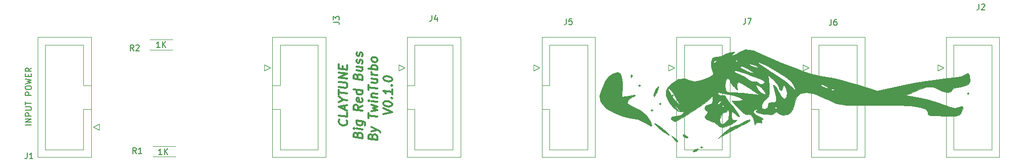
<source format=gbr>
%TF.GenerationSoftware,KiCad,Pcbnew,(5.1.7)-1*%
%TF.CreationDate,2020-12-29T17:02:45+00:00*%
%TF.ProjectId,BussBar,42757373-4261-4722-9e6b-696361645f70,rev?*%
%TF.SameCoordinates,Original*%
%TF.FileFunction,Legend,Top*%
%TF.FilePolarity,Positive*%
%FSLAX46Y46*%
G04 Gerber Fmt 4.6, Leading zero omitted, Abs format (unit mm)*
G04 Created by KiCad (PCBNEW (5.1.7)-1) date 2020-12-29 17:02:45*
%MOMM*%
%LPD*%
G01*
G04 APERTURE LIST*
%ADD10C,0.300000*%
%ADD11C,0.010000*%
%ADD12C,0.120000*%
%ADD13C,0.150000*%
G04 APERTURE END LIST*
D10*
X154690714Y-151148214D02*
X154762142Y-151228571D01*
X154833571Y-151451785D01*
X154833571Y-151594642D01*
X154762142Y-151800000D01*
X154619285Y-151925000D01*
X154476428Y-151978571D01*
X154190714Y-152014285D01*
X153976428Y-151987500D01*
X153690714Y-151880357D01*
X153547857Y-151791071D01*
X153405000Y-151630357D01*
X153333571Y-151407142D01*
X153333571Y-151264285D01*
X153405000Y-151058928D01*
X153476428Y-150996428D01*
X154833571Y-149808928D02*
X154833571Y-150523214D01*
X153333571Y-150335714D01*
X154405000Y-149326785D02*
X154405000Y-148612500D01*
X154833571Y-149523214D02*
X153333571Y-148835714D01*
X154833571Y-148523214D01*
X154119285Y-147648214D02*
X154833571Y-147737500D01*
X153333571Y-148050000D02*
X154119285Y-147648214D01*
X153333571Y-147050000D01*
X153333571Y-146764285D02*
X153333571Y-145907142D01*
X154833571Y-146523214D02*
X153333571Y-146335714D01*
X153333571Y-145407142D02*
X154547857Y-145558928D01*
X154690714Y-145505357D01*
X154762142Y-145442857D01*
X154833571Y-145308928D01*
X154833571Y-145023214D01*
X154762142Y-144871428D01*
X154690714Y-144791071D01*
X154547857Y-144701785D01*
X153333571Y-144550000D01*
X154833571Y-144023214D02*
X153333571Y-143835714D01*
X154833571Y-143166071D01*
X153333571Y-142978571D01*
X154047857Y-142353571D02*
X154047857Y-141853571D01*
X154833571Y-141737500D02*
X154833571Y-142451785D01*
X153333571Y-142264285D01*
X153333571Y-141550000D01*
X156597857Y-153603571D02*
X156669285Y-153398214D01*
X156740714Y-153335714D01*
X156883571Y-153282142D01*
X157097857Y-153308928D01*
X157240714Y-153398214D01*
X157312142Y-153478571D01*
X157383571Y-153630357D01*
X157383571Y-154201785D01*
X155883571Y-154014285D01*
X155883571Y-153514285D01*
X155955000Y-153380357D01*
X156026428Y-153317857D01*
X156169285Y-153264285D01*
X156312142Y-153282142D01*
X156455000Y-153371428D01*
X156526428Y-153451785D01*
X156597857Y-153603571D01*
X156597857Y-154103571D01*
X157383571Y-152701785D02*
X156383571Y-152576785D01*
X155883571Y-152514285D02*
X155955000Y-152594642D01*
X156026428Y-152532142D01*
X155955000Y-152451785D01*
X155883571Y-152514285D01*
X156026428Y-152532142D01*
X156383571Y-151219642D02*
X157597857Y-151371428D01*
X157740714Y-151460714D01*
X157812142Y-151541071D01*
X157883571Y-151692857D01*
X157883571Y-151907142D01*
X157812142Y-152041071D01*
X157312142Y-151335714D02*
X157383571Y-151487500D01*
X157383571Y-151773214D01*
X157312142Y-151907142D01*
X157240714Y-151969642D01*
X157097857Y-152023214D01*
X156669285Y-151969642D01*
X156526428Y-151880357D01*
X156455000Y-151800000D01*
X156383571Y-151648214D01*
X156383571Y-151362500D01*
X156455000Y-151228571D01*
X157383571Y-148630357D02*
X156669285Y-149041071D01*
X157383571Y-149487500D02*
X155883571Y-149300000D01*
X155883571Y-148728571D01*
X155955000Y-148594642D01*
X156026428Y-148532142D01*
X156169285Y-148478571D01*
X156383571Y-148505357D01*
X156526428Y-148594642D01*
X156597857Y-148675000D01*
X156669285Y-148826785D01*
X156669285Y-149398214D01*
X157312142Y-147407142D02*
X157383571Y-147558928D01*
X157383571Y-147844642D01*
X157312142Y-147978571D01*
X157169285Y-148032142D01*
X156597857Y-147960714D01*
X156455000Y-147871428D01*
X156383571Y-147719642D01*
X156383571Y-147433928D01*
X156455000Y-147300000D01*
X156597857Y-147246428D01*
X156740714Y-147264285D01*
X156883571Y-147996428D01*
X157383571Y-146058928D02*
X155883571Y-145871428D01*
X157312142Y-146050000D02*
X157383571Y-146201785D01*
X157383571Y-146487500D01*
X157312142Y-146621428D01*
X157240714Y-146683928D01*
X157097857Y-146737500D01*
X156669285Y-146683928D01*
X156526428Y-146594642D01*
X156455000Y-146514285D01*
X156383571Y-146362500D01*
X156383571Y-146076785D01*
X156455000Y-145942857D01*
X156597857Y-143603571D02*
X156669285Y-143398214D01*
X156740714Y-143335714D01*
X156883571Y-143282142D01*
X157097857Y-143308928D01*
X157240714Y-143398214D01*
X157312142Y-143478571D01*
X157383571Y-143630357D01*
X157383571Y-144201785D01*
X155883571Y-144014285D01*
X155883571Y-143514285D01*
X155955000Y-143380357D01*
X156026428Y-143317857D01*
X156169285Y-143264285D01*
X156312142Y-143282142D01*
X156455000Y-143371428D01*
X156526428Y-143451785D01*
X156597857Y-143603571D01*
X156597857Y-144103571D01*
X156383571Y-141933928D02*
X157383571Y-142058928D01*
X156383571Y-142576785D02*
X157169285Y-142675000D01*
X157312142Y-142621428D01*
X157383571Y-142487500D01*
X157383571Y-142273214D01*
X157312142Y-142121428D01*
X157240714Y-142041071D01*
X157312142Y-141407142D02*
X157383571Y-141273214D01*
X157383571Y-140987500D01*
X157312142Y-140835714D01*
X157169285Y-140746428D01*
X157097857Y-140737500D01*
X156955000Y-140791071D01*
X156883571Y-140925000D01*
X156883571Y-141139285D01*
X156812142Y-141273214D01*
X156669285Y-141326785D01*
X156597857Y-141317857D01*
X156455000Y-141228571D01*
X156383571Y-141076785D01*
X156383571Y-140862500D01*
X156455000Y-140728571D01*
X157312142Y-140192857D02*
X157383571Y-140058928D01*
X157383571Y-139773214D01*
X157312142Y-139621428D01*
X157169285Y-139532142D01*
X157097857Y-139523214D01*
X156955000Y-139576785D01*
X156883571Y-139710714D01*
X156883571Y-139925000D01*
X156812142Y-140058928D01*
X156669285Y-140112500D01*
X156597857Y-140103571D01*
X156455000Y-140014285D01*
X156383571Y-139862500D01*
X156383571Y-139648214D01*
X156455000Y-139514285D01*
X159147857Y-153889285D02*
X159219285Y-153683928D01*
X159290714Y-153621428D01*
X159433571Y-153567857D01*
X159647857Y-153594642D01*
X159790714Y-153683928D01*
X159862142Y-153764285D01*
X159933571Y-153916071D01*
X159933571Y-154487500D01*
X158433571Y-154300000D01*
X158433571Y-153800000D01*
X158505000Y-153666071D01*
X158576428Y-153603571D01*
X158719285Y-153550000D01*
X158862142Y-153567857D01*
X159005000Y-153657142D01*
X159076428Y-153737500D01*
X159147857Y-153889285D01*
X159147857Y-154389285D01*
X158933571Y-153005357D02*
X159933571Y-152773214D01*
X158933571Y-152291071D02*
X159933571Y-152773214D01*
X160290714Y-152960714D01*
X160362142Y-153041071D01*
X160433571Y-153192857D01*
X158433571Y-150728571D02*
X158433571Y-149871428D01*
X159933571Y-150487500D02*
X158433571Y-150300000D01*
X158933571Y-149576785D02*
X159933571Y-149416071D01*
X159219285Y-149041071D01*
X159933571Y-148844642D01*
X158933571Y-148433928D01*
X159933571Y-147987500D02*
X158933571Y-147862500D01*
X158433571Y-147800000D02*
X158505000Y-147880357D01*
X158576428Y-147817857D01*
X158505000Y-147737500D01*
X158433571Y-147800000D01*
X158576428Y-147817857D01*
X158933571Y-147148214D02*
X159933571Y-147273214D01*
X159076428Y-147166071D02*
X159005000Y-147085714D01*
X158933571Y-146933928D01*
X158933571Y-146719642D01*
X159005000Y-146585714D01*
X159147857Y-146532142D01*
X159933571Y-146630357D01*
X158433571Y-145942857D02*
X158433571Y-145085714D01*
X159933571Y-145701785D02*
X158433571Y-145514285D01*
X158933571Y-144005357D02*
X159933571Y-144130357D01*
X158933571Y-144648214D02*
X159719285Y-144746428D01*
X159862142Y-144692857D01*
X159933571Y-144558928D01*
X159933571Y-144344642D01*
X159862142Y-144192857D01*
X159790714Y-144112500D01*
X159933571Y-143416071D02*
X158933571Y-143291071D01*
X159219285Y-143326785D02*
X159076428Y-143237500D01*
X159005000Y-143157142D01*
X158933571Y-143005357D01*
X158933571Y-142862500D01*
X159933571Y-142487500D02*
X158433571Y-142300000D01*
X159005000Y-142371428D02*
X158933571Y-142219642D01*
X158933571Y-141933928D01*
X159005000Y-141800000D01*
X159076428Y-141737500D01*
X159219285Y-141683928D01*
X159647857Y-141737500D01*
X159790714Y-141826785D01*
X159862142Y-141907142D01*
X159933571Y-142058928D01*
X159933571Y-142344642D01*
X159862142Y-142478571D01*
X159933571Y-140916071D02*
X159862142Y-141050000D01*
X159790714Y-141112500D01*
X159647857Y-141166071D01*
X159219285Y-141112500D01*
X159076428Y-141023214D01*
X159005000Y-140942857D01*
X158933571Y-140791071D01*
X158933571Y-140576785D01*
X159005000Y-140442857D01*
X159076428Y-140380357D01*
X159219285Y-140326785D01*
X159647857Y-140380357D01*
X159790714Y-140469642D01*
X159862142Y-140550000D01*
X159933571Y-140701785D01*
X159933571Y-140916071D01*
X160983571Y-150085714D02*
X162483571Y-149773214D01*
X160983571Y-149085714D01*
X160983571Y-148300000D02*
X160983571Y-148157142D01*
X161055000Y-148023214D01*
X161126428Y-147960714D01*
X161269285Y-147907142D01*
X161555000Y-147871428D01*
X161912142Y-147916071D01*
X162197857Y-148023214D01*
X162340714Y-148112500D01*
X162412142Y-148192857D01*
X162483571Y-148344642D01*
X162483571Y-148487500D01*
X162412142Y-148621428D01*
X162340714Y-148683928D01*
X162197857Y-148737500D01*
X161912142Y-148773214D01*
X161555000Y-148728571D01*
X161269285Y-148621428D01*
X161126428Y-148532142D01*
X161055000Y-148451785D01*
X160983571Y-148300000D01*
X162340714Y-147326785D02*
X162412142Y-147264285D01*
X162483571Y-147344642D01*
X162412142Y-147407142D01*
X162340714Y-147326785D01*
X162483571Y-147344642D01*
X162483571Y-145844642D02*
X162483571Y-146701785D01*
X162483571Y-146273214D02*
X160983571Y-146085714D01*
X161197857Y-146255357D01*
X161340714Y-146416071D01*
X161412142Y-146567857D01*
X162340714Y-145183928D02*
X162412142Y-145121428D01*
X162483571Y-145201785D01*
X162412142Y-145264285D01*
X162340714Y-145183928D01*
X162483571Y-145201785D01*
X160983571Y-144014285D02*
X160983571Y-143871428D01*
X161055000Y-143737500D01*
X161126428Y-143675000D01*
X161269285Y-143621428D01*
X161555000Y-143585714D01*
X161912142Y-143630357D01*
X162197857Y-143737500D01*
X162340714Y-143826785D01*
X162412142Y-143907142D01*
X162483571Y-144058928D01*
X162483571Y-144201785D01*
X162412142Y-144335714D01*
X162340714Y-144398214D01*
X162197857Y-144451785D01*
X161912142Y-144487500D01*
X161555000Y-144442857D01*
X161269285Y-144335714D01*
X161126428Y-144246428D01*
X161055000Y-144166071D01*
X160983571Y-144014285D01*
D11*
%TO.C,GIJO*%
G36*
X209563831Y-145453036D02*
G01*
X210119462Y-144906019D01*
X211316770Y-144103654D01*
X212449600Y-143954847D01*
X213391139Y-144286735D01*
X214057639Y-144460914D01*
X214983049Y-144318016D01*
X215816523Y-144048161D01*
X216811746Y-143652815D01*
X217254773Y-143332427D01*
X217271940Y-142968562D01*
X217180161Y-142769814D01*
X216947762Y-141913825D01*
X216936446Y-141156304D01*
X217152988Y-140450515D01*
X217709879Y-140242180D01*
X217928334Y-140244817D01*
X218665805Y-140177362D01*
X218990201Y-140008203D01*
X219432367Y-139741416D01*
X220224923Y-139497492D01*
X220877956Y-139389551D01*
X220916707Y-139509066D01*
X220750556Y-139640509D01*
X220477085Y-139947040D01*
X220594935Y-140021821D01*
X221145635Y-139830315D01*
X221653269Y-139509275D01*
X222777210Y-139032515D01*
X224127545Y-139167497D01*
X225266775Y-139638807D01*
X226785893Y-140355154D01*
X228887245Y-141240453D01*
X231610518Y-142311200D01*
X232629342Y-142699314D01*
X234138298Y-143187246D01*
X235732613Y-143576281D01*
X236686286Y-143733275D01*
X237868855Y-143939682D01*
X239451925Y-144315511D01*
X241170738Y-144795154D01*
X241948094Y-145037119D01*
X245330354Y-146131100D01*
X249532816Y-145172615D01*
X251538766Y-144758614D01*
X253654171Y-144393701D01*
X255589621Y-144124430D01*
X256733889Y-144014247D01*
X258377340Y-143848012D01*
X259614882Y-143608153D01*
X260298217Y-143323591D01*
X260305029Y-143317802D01*
X260766151Y-143015272D01*
X260982883Y-143279501D01*
X261028849Y-143452703D01*
X261093392Y-144340059D01*
X261051513Y-144682327D01*
X260687311Y-145126692D01*
X259767255Y-145358304D01*
X259445748Y-145387883D01*
X258433996Y-145559124D01*
X258053936Y-145867982D01*
X258056806Y-145936250D01*
X257864327Y-146278034D01*
X257256475Y-146362490D01*
X256471544Y-146197858D01*
X255831177Y-145859275D01*
X254875170Y-145410173D01*
X253721458Y-145435815D01*
X252229840Y-145944623D01*
X251899025Y-146095503D01*
X250246849Y-146872117D01*
X252557762Y-147298624D01*
X254120564Y-147659383D01*
X255719141Y-148140900D01*
X256651083Y-148491903D01*
X257805979Y-148930230D01*
X258572956Y-149043212D01*
X259171190Y-148863870D01*
X259770011Y-148689766D01*
X259908865Y-149032778D01*
X259577004Y-149865954D01*
X259573431Y-149872638D01*
X259269353Y-150212544D01*
X258706484Y-150390218D01*
X257714586Y-150439893D01*
X256839404Y-150422393D01*
X255407613Y-150374227D01*
X254539874Y-150321029D01*
X254095230Y-150230050D01*
X253932722Y-150068543D01*
X253911391Y-149803759D01*
X253911667Y-149742209D01*
X253570374Y-149259212D01*
X252575869Y-148892075D01*
X250972211Y-148648864D01*
X248803461Y-148537645D01*
X247325440Y-148536485D01*
X244698998Y-148573276D01*
X242671015Y-148591925D01*
X241134430Y-148581623D01*
X239982185Y-148531558D01*
X239107221Y-148430921D01*
X238402478Y-148268900D01*
X237760897Y-148034684D01*
X237683889Y-147999047D01*
X237683889Y-146024445D01*
X237974265Y-145895369D01*
X237919074Y-145789260D01*
X237500410Y-145747039D01*
X237448704Y-145789260D01*
X237497130Y-145998986D01*
X237683889Y-146024445D01*
X237683889Y-147999047D01*
X237075419Y-147717464D01*
X236801945Y-147582870D01*
X236801945Y-145660863D01*
X236865049Y-145515290D01*
X236625556Y-145318889D01*
X235982436Y-145020373D01*
X235743612Y-144976916D01*
X235680507Y-145122488D01*
X235920000Y-145318889D01*
X236563121Y-145617405D01*
X236801945Y-145660863D01*
X236801945Y-147582870D01*
X236523241Y-147445700D01*
X234643260Y-146639361D01*
X233223593Y-146321728D01*
X232208104Y-146500791D01*
X231540659Y-147184539D01*
X231197920Y-148203595D01*
X231169929Y-148297821D01*
X231169929Y-145914174D01*
X231306955Y-145837218D01*
X231113405Y-145295167D01*
X230768562Y-144667765D01*
X230334948Y-144235135D01*
X229521180Y-143636294D01*
X228478022Y-142959392D01*
X227356236Y-142292576D01*
X226306588Y-141723995D01*
X225479839Y-141341797D01*
X225026755Y-141234130D01*
X224983889Y-141285588D01*
X225260762Y-141532148D01*
X225999780Y-142055092D01*
X227063544Y-142758842D01*
X227541528Y-143064695D01*
X228799026Y-143904690D01*
X229879667Y-144703236D01*
X230596317Y-145319770D01*
X230708684Y-145443632D01*
X231169929Y-145914174D01*
X231169929Y-148297821D01*
X230920070Y-149138926D01*
X230583043Y-149783183D01*
X229935803Y-150159714D01*
X229098248Y-150235413D01*
X228425564Y-149997117D01*
X228312001Y-149867337D01*
X228003602Y-149682081D01*
X227982500Y-149705613D01*
X227982500Y-149199445D01*
X228158889Y-149023056D01*
X227982500Y-148846667D01*
X227806111Y-149023056D01*
X227982500Y-149199445D01*
X227982500Y-149705613D01*
X227811448Y-149896366D01*
X227311911Y-150142485D01*
X226244179Y-150114343D01*
X226090714Y-150093579D01*
X226090714Y-149199445D01*
X226628206Y-148983354D01*
X226675048Y-148582084D01*
X226772339Y-148123444D01*
X227379503Y-148053054D01*
X227404071Y-148055656D01*
X227864851Y-148048910D01*
X228070465Y-147813312D01*
X228029704Y-147219538D01*
X227751362Y-146138267D01*
X227575176Y-145539294D01*
X227518014Y-145069800D01*
X227721509Y-145100619D01*
X228074215Y-145532605D01*
X228464689Y-146266613D01*
X228508532Y-146369654D01*
X228946797Y-147103338D01*
X229409806Y-147434042D01*
X229436411Y-147435556D01*
X229798644Y-147148324D01*
X229906521Y-146466594D01*
X229743005Y-145660314D01*
X229570000Y-145318889D01*
X229296611Y-144994577D01*
X229223765Y-145327997D01*
X229222625Y-145407084D01*
X229051500Y-145930778D01*
X228864445Y-146024445D01*
X228541172Y-145743482D01*
X228511667Y-145556772D01*
X228270819Y-145021047D01*
X227681284Y-144325791D01*
X227584374Y-144233856D01*
X226657080Y-143378612D01*
X226822272Y-145181149D01*
X226873431Y-146334938D01*
X226731726Y-147000115D01*
X226386696Y-147358872D01*
X225997224Y-147785562D01*
X225997224Y-146718914D01*
X226301218Y-146642178D01*
X226118603Y-146271267D01*
X225997224Y-146112639D01*
X225449041Y-145495426D01*
X225253979Y-145320247D01*
X225253979Y-144918754D01*
X225786122Y-144916146D01*
X226042223Y-144602262D01*
X225752797Y-144206484D01*
X225424861Y-144050954D01*
X224883001Y-143864547D01*
X224883001Y-142089063D01*
X224773800Y-141891316D01*
X224631111Y-141791112D01*
X223878021Y-141498609D01*
X223572778Y-141468531D01*
X223361817Y-141569258D01*
X223749167Y-141791112D01*
X224497102Y-142055662D01*
X224883001Y-142089063D01*
X224883001Y-143864547D01*
X224760833Y-143822519D01*
X224208943Y-143618592D01*
X224208943Y-143063294D01*
X224278334Y-143016542D01*
X224000063Y-142771509D01*
X223321675Y-142373342D01*
X223237519Y-142329338D01*
X222293223Y-141888889D01*
X221893420Y-141835141D01*
X221963810Y-142109153D01*
X222341304Y-142389475D01*
X223018668Y-142711466D01*
X223729885Y-142970835D01*
X224208943Y-143063294D01*
X224208943Y-143618592D01*
X223714920Y-143436047D01*
X222937695Y-143139007D01*
X221888747Y-142779063D01*
X221279723Y-142638642D01*
X221279723Y-141085556D01*
X221456112Y-140909167D01*
X221279723Y-140732778D01*
X221103334Y-140909167D01*
X221279723Y-141085556D01*
X221279723Y-142638642D01*
X221123093Y-142602528D01*
X220860297Y-142622112D01*
X220998567Y-142871829D01*
X221616299Y-143195645D01*
X221671123Y-143216907D01*
X222620100Y-143680467D01*
X223285320Y-144143280D01*
X223887670Y-144483841D01*
X224231728Y-144465749D01*
X224705106Y-144496660D01*
X224803944Y-144607579D01*
X225253979Y-144918754D01*
X225253979Y-145320247D01*
X225160278Y-145236097D01*
X224620240Y-144963854D01*
X224518716Y-145194879D01*
X224879225Y-145836970D01*
X225477962Y-146462234D01*
X225997224Y-146718914D01*
X225997224Y-147785562D01*
X225798043Y-148003778D01*
X225594325Y-148466751D01*
X225593497Y-149044264D01*
X226090714Y-149199445D01*
X226090714Y-150093579D01*
X225879696Y-150065028D01*
X225160278Y-149915036D01*
X225160278Y-146797511D01*
X223572778Y-145706933D01*
X222615316Y-145097107D01*
X221858970Y-144700616D01*
X221577333Y-144614844D01*
X221316647Y-144901173D01*
X221342784Y-145407084D01*
X221432634Y-145914854D01*
X221299451Y-145910359D01*
X220836031Y-145376543D01*
X220788435Y-145318889D01*
X220281892Y-144633402D01*
X220053723Y-144183530D01*
X220052845Y-144172362D01*
X219773226Y-143914826D01*
X219692223Y-143907778D01*
X219459047Y-144217898D01*
X219342492Y-144980460D01*
X219339445Y-145142500D01*
X219377631Y-145916662D01*
X219623869Y-146273004D01*
X220275672Y-146374698D01*
X220838750Y-146381105D01*
X222214960Y-146437581D01*
X223600437Y-146570587D01*
X223749167Y-146591249D01*
X225160278Y-146797511D01*
X225160278Y-149915036D01*
X224880684Y-149856743D01*
X224575989Y-149633302D01*
X224683734Y-149512235D01*
X224933660Y-149254355D01*
X224740126Y-149204847D01*
X224182991Y-149363883D01*
X224173171Y-149758301D01*
X224671321Y-150231520D01*
X225047204Y-150426928D01*
X225684603Y-150752705D01*
X225826272Y-150936041D01*
X225756819Y-150949525D01*
X225481320Y-151178376D01*
X225546743Y-151370619D01*
X225590892Y-151609619D01*
X225351732Y-151501811D01*
X224804906Y-151501684D01*
X224597072Y-151711887D01*
X224360204Y-151932305D01*
X224284415Y-151503726D01*
X224283736Y-151447502D01*
X224097627Y-150733852D01*
X223678027Y-150208038D01*
X223217076Y-150076079D01*
X223082794Y-150159799D01*
X222727464Y-150067482D01*
X222089661Y-149559718D01*
X221633933Y-149098405D01*
X220433749Y-147788334D01*
X221544653Y-147788334D01*
X222246848Y-147711654D01*
X222310387Y-147507673D01*
X221782268Y-147215476D01*
X220709491Y-146874152D01*
X220329756Y-146777964D01*
X219011441Y-146484965D01*
X218274803Y-146398150D01*
X218027570Y-146514902D01*
X218095200Y-146714593D01*
X218554127Y-146906780D01*
X218821576Y-146853239D01*
X219269729Y-146834489D01*
X219339445Y-146960696D01*
X219554420Y-147379596D01*
X220105581Y-148122280D01*
X220567399Y-148674134D01*
X221293989Y-149573114D01*
X221707040Y-150213607D01*
X221774359Y-150511078D01*
X221463751Y-150380994D01*
X221103334Y-150081389D01*
X220592565Y-149665970D01*
X220417120Y-149800654D01*
X220397778Y-150346464D01*
X220499397Y-150992941D01*
X220928380Y-151117638D01*
X221191528Y-151069105D01*
X221366211Y-151107789D01*
X220990844Y-151396178D01*
X220397778Y-151735211D01*
X219444620Y-152219347D01*
X218873779Y-152381749D01*
X218680042Y-152318615D01*
X218680042Y-151850477D01*
X219175545Y-151686169D01*
X219331439Y-151592019D01*
X219871181Y-150963571D01*
X220004078Y-149908335D01*
X219941298Y-149265917D01*
X219835330Y-149190370D01*
X219800990Y-149291958D01*
X219530753Y-149722646D01*
X219330446Y-149723050D01*
X218986667Y-149813435D01*
X218986667Y-148846667D01*
X219277043Y-148717591D01*
X219221852Y-148611482D01*
X218803188Y-148569261D01*
X218751482Y-148611482D01*
X218799908Y-148821208D01*
X218986667Y-148846667D01*
X218986667Y-149813435D01*
X218959527Y-149820571D01*
X218600872Y-150345204D01*
X218389184Y-151029206D01*
X218422329Y-151528056D01*
X218680042Y-151850477D01*
X218680042Y-152318615D01*
X218451203Y-152244042D01*
X218081986Y-151949190D01*
X218029456Y-151911096D01*
X218029456Y-148437023D01*
X218226604Y-148351188D01*
X218605327Y-147995978D01*
X218527638Y-147791768D01*
X218478320Y-147788334D01*
X218179935Y-148038905D01*
X218071035Y-148195619D01*
X218029456Y-148437023D01*
X218029456Y-151911096D01*
X217429854Y-151476273D01*
X217323900Y-151433088D01*
X217323900Y-141381467D01*
X217521049Y-141295632D01*
X217899772Y-140940422D01*
X217822082Y-140736212D01*
X217772765Y-140732778D01*
X217474379Y-140983349D01*
X217365480Y-141140063D01*
X217323900Y-141381467D01*
X217323900Y-151433088D01*
X217023652Y-151310709D01*
X216459279Y-151133775D01*
X216187129Y-150984819D01*
X215864625Y-150630821D01*
X216109957Y-150147453D01*
X216142131Y-150108276D01*
X216389466Y-149647500D01*
X216207641Y-149552223D01*
X215856618Y-149267194D01*
X215811667Y-149023056D01*
X216105776Y-148592105D01*
X216517223Y-148493889D01*
X217095864Y-148256781D01*
X217222778Y-147726840D01*
X217222778Y-146959790D01*
X216429028Y-147689537D01*
X215665674Y-148305045D01*
X214599248Y-149059438D01*
X213400425Y-149845064D01*
X212239876Y-150554269D01*
X211288276Y-151079402D01*
X210716296Y-151312808D01*
X210679439Y-151316111D01*
X210166395Y-151036946D01*
X210073208Y-150874397D01*
X210230104Y-150535806D01*
X210972026Y-150433425D01*
X211798832Y-150283766D01*
X212210255Y-149936980D01*
X212165099Y-149596501D01*
X211819522Y-149654930D01*
X211679674Y-149628083D01*
X211679674Y-148670278D01*
X210858488Y-147170973D01*
X210316931Y-146296437D01*
X209861874Y-145756166D01*
X209706288Y-145671667D01*
X209594562Y-145877386D01*
X209741250Y-146112639D01*
X210032602Y-146597717D01*
X210049029Y-146738280D01*
X210229068Y-147088663D01*
X210746445Y-147703364D01*
X210835254Y-147796613D01*
X211679674Y-148670278D01*
X211679674Y-149628083D01*
X211445141Y-149583057D01*
X211445141Y-149552223D01*
X211550736Y-149380620D01*
X211097557Y-148911647D01*
X210960973Y-148801668D01*
X210543109Y-148496569D01*
X210630710Y-148679253D01*
X210827779Y-148934861D01*
X211262965Y-149423445D01*
X211445141Y-149552223D01*
X211445141Y-149583057D01*
X211233281Y-149542383D01*
X210514626Y-148964131D01*
X209824241Y-148096265D01*
X209322808Y-147114876D01*
X209231849Y-146819107D01*
X209192301Y-146107231D01*
X209563831Y-145453036D01*
G37*
X209563831Y-145453036D02*
X210119462Y-144906019D01*
X211316770Y-144103654D01*
X212449600Y-143954847D01*
X213391139Y-144286735D01*
X214057639Y-144460914D01*
X214983049Y-144318016D01*
X215816523Y-144048161D01*
X216811746Y-143652815D01*
X217254773Y-143332427D01*
X217271940Y-142968562D01*
X217180161Y-142769814D01*
X216947762Y-141913825D01*
X216936446Y-141156304D01*
X217152988Y-140450515D01*
X217709879Y-140242180D01*
X217928334Y-140244817D01*
X218665805Y-140177362D01*
X218990201Y-140008203D01*
X219432367Y-139741416D01*
X220224923Y-139497492D01*
X220877956Y-139389551D01*
X220916707Y-139509066D01*
X220750556Y-139640509D01*
X220477085Y-139947040D01*
X220594935Y-140021821D01*
X221145635Y-139830315D01*
X221653269Y-139509275D01*
X222777210Y-139032515D01*
X224127545Y-139167497D01*
X225266775Y-139638807D01*
X226785893Y-140355154D01*
X228887245Y-141240453D01*
X231610518Y-142311200D01*
X232629342Y-142699314D01*
X234138298Y-143187246D01*
X235732613Y-143576281D01*
X236686286Y-143733275D01*
X237868855Y-143939682D01*
X239451925Y-144315511D01*
X241170738Y-144795154D01*
X241948094Y-145037119D01*
X245330354Y-146131100D01*
X249532816Y-145172615D01*
X251538766Y-144758614D01*
X253654171Y-144393701D01*
X255589621Y-144124430D01*
X256733889Y-144014247D01*
X258377340Y-143848012D01*
X259614882Y-143608153D01*
X260298217Y-143323591D01*
X260305029Y-143317802D01*
X260766151Y-143015272D01*
X260982883Y-143279501D01*
X261028849Y-143452703D01*
X261093392Y-144340059D01*
X261051513Y-144682327D01*
X260687311Y-145126692D01*
X259767255Y-145358304D01*
X259445748Y-145387883D01*
X258433996Y-145559124D01*
X258053936Y-145867982D01*
X258056806Y-145936250D01*
X257864327Y-146278034D01*
X257256475Y-146362490D01*
X256471544Y-146197858D01*
X255831177Y-145859275D01*
X254875170Y-145410173D01*
X253721458Y-145435815D01*
X252229840Y-145944623D01*
X251899025Y-146095503D01*
X250246849Y-146872117D01*
X252557762Y-147298624D01*
X254120564Y-147659383D01*
X255719141Y-148140900D01*
X256651083Y-148491903D01*
X257805979Y-148930230D01*
X258572956Y-149043212D01*
X259171190Y-148863870D01*
X259770011Y-148689766D01*
X259908865Y-149032778D01*
X259577004Y-149865954D01*
X259573431Y-149872638D01*
X259269353Y-150212544D01*
X258706484Y-150390218D01*
X257714586Y-150439893D01*
X256839404Y-150422393D01*
X255407613Y-150374227D01*
X254539874Y-150321029D01*
X254095230Y-150230050D01*
X253932722Y-150068543D01*
X253911391Y-149803759D01*
X253911667Y-149742209D01*
X253570374Y-149259212D01*
X252575869Y-148892075D01*
X250972211Y-148648864D01*
X248803461Y-148537645D01*
X247325440Y-148536485D01*
X244698998Y-148573276D01*
X242671015Y-148591925D01*
X241134430Y-148581623D01*
X239982185Y-148531558D01*
X239107221Y-148430921D01*
X238402478Y-148268900D01*
X237760897Y-148034684D01*
X237683889Y-147999047D01*
X237683889Y-146024445D01*
X237974265Y-145895369D01*
X237919074Y-145789260D01*
X237500410Y-145747039D01*
X237448704Y-145789260D01*
X237497130Y-145998986D01*
X237683889Y-146024445D01*
X237683889Y-147999047D01*
X237075419Y-147717464D01*
X236801945Y-147582870D01*
X236801945Y-145660863D01*
X236865049Y-145515290D01*
X236625556Y-145318889D01*
X235982436Y-145020373D01*
X235743612Y-144976916D01*
X235680507Y-145122488D01*
X235920000Y-145318889D01*
X236563121Y-145617405D01*
X236801945Y-145660863D01*
X236801945Y-147582870D01*
X236523241Y-147445700D01*
X234643260Y-146639361D01*
X233223593Y-146321728D01*
X232208104Y-146500791D01*
X231540659Y-147184539D01*
X231197920Y-148203595D01*
X231169929Y-148297821D01*
X231169929Y-145914174D01*
X231306955Y-145837218D01*
X231113405Y-145295167D01*
X230768562Y-144667765D01*
X230334948Y-144235135D01*
X229521180Y-143636294D01*
X228478022Y-142959392D01*
X227356236Y-142292576D01*
X226306588Y-141723995D01*
X225479839Y-141341797D01*
X225026755Y-141234130D01*
X224983889Y-141285588D01*
X225260762Y-141532148D01*
X225999780Y-142055092D01*
X227063544Y-142758842D01*
X227541528Y-143064695D01*
X228799026Y-143904690D01*
X229879667Y-144703236D01*
X230596317Y-145319770D01*
X230708684Y-145443632D01*
X231169929Y-145914174D01*
X231169929Y-148297821D01*
X230920070Y-149138926D01*
X230583043Y-149783183D01*
X229935803Y-150159714D01*
X229098248Y-150235413D01*
X228425564Y-149997117D01*
X228312001Y-149867337D01*
X228003602Y-149682081D01*
X227982500Y-149705613D01*
X227982500Y-149199445D01*
X228158889Y-149023056D01*
X227982500Y-148846667D01*
X227806111Y-149023056D01*
X227982500Y-149199445D01*
X227982500Y-149705613D01*
X227811448Y-149896366D01*
X227311911Y-150142485D01*
X226244179Y-150114343D01*
X226090714Y-150093579D01*
X226090714Y-149199445D01*
X226628206Y-148983354D01*
X226675048Y-148582084D01*
X226772339Y-148123444D01*
X227379503Y-148053054D01*
X227404071Y-148055656D01*
X227864851Y-148048910D01*
X228070465Y-147813312D01*
X228029704Y-147219538D01*
X227751362Y-146138267D01*
X227575176Y-145539294D01*
X227518014Y-145069800D01*
X227721509Y-145100619D01*
X228074215Y-145532605D01*
X228464689Y-146266613D01*
X228508532Y-146369654D01*
X228946797Y-147103338D01*
X229409806Y-147434042D01*
X229436411Y-147435556D01*
X229798644Y-147148324D01*
X229906521Y-146466594D01*
X229743005Y-145660314D01*
X229570000Y-145318889D01*
X229296611Y-144994577D01*
X229223765Y-145327997D01*
X229222625Y-145407084D01*
X229051500Y-145930778D01*
X228864445Y-146024445D01*
X228541172Y-145743482D01*
X228511667Y-145556772D01*
X228270819Y-145021047D01*
X227681284Y-144325791D01*
X227584374Y-144233856D01*
X226657080Y-143378612D01*
X226822272Y-145181149D01*
X226873431Y-146334938D01*
X226731726Y-147000115D01*
X226386696Y-147358872D01*
X225997224Y-147785562D01*
X225997224Y-146718914D01*
X226301218Y-146642178D01*
X226118603Y-146271267D01*
X225997224Y-146112639D01*
X225449041Y-145495426D01*
X225253979Y-145320247D01*
X225253979Y-144918754D01*
X225786122Y-144916146D01*
X226042223Y-144602262D01*
X225752797Y-144206484D01*
X225424861Y-144050954D01*
X224883001Y-143864547D01*
X224883001Y-142089063D01*
X224773800Y-141891316D01*
X224631111Y-141791112D01*
X223878021Y-141498609D01*
X223572778Y-141468531D01*
X223361817Y-141569258D01*
X223749167Y-141791112D01*
X224497102Y-142055662D01*
X224883001Y-142089063D01*
X224883001Y-143864547D01*
X224760833Y-143822519D01*
X224208943Y-143618592D01*
X224208943Y-143063294D01*
X224278334Y-143016542D01*
X224000063Y-142771509D01*
X223321675Y-142373342D01*
X223237519Y-142329338D01*
X222293223Y-141888889D01*
X221893420Y-141835141D01*
X221963810Y-142109153D01*
X222341304Y-142389475D01*
X223018668Y-142711466D01*
X223729885Y-142970835D01*
X224208943Y-143063294D01*
X224208943Y-143618592D01*
X223714920Y-143436047D01*
X222937695Y-143139007D01*
X221888747Y-142779063D01*
X221279723Y-142638642D01*
X221279723Y-141085556D01*
X221456112Y-140909167D01*
X221279723Y-140732778D01*
X221103334Y-140909167D01*
X221279723Y-141085556D01*
X221279723Y-142638642D01*
X221123093Y-142602528D01*
X220860297Y-142622112D01*
X220998567Y-142871829D01*
X221616299Y-143195645D01*
X221671123Y-143216907D01*
X222620100Y-143680467D01*
X223285320Y-144143280D01*
X223887670Y-144483841D01*
X224231728Y-144465749D01*
X224705106Y-144496660D01*
X224803944Y-144607579D01*
X225253979Y-144918754D01*
X225253979Y-145320247D01*
X225160278Y-145236097D01*
X224620240Y-144963854D01*
X224518716Y-145194879D01*
X224879225Y-145836970D01*
X225477962Y-146462234D01*
X225997224Y-146718914D01*
X225997224Y-147785562D01*
X225798043Y-148003778D01*
X225594325Y-148466751D01*
X225593497Y-149044264D01*
X226090714Y-149199445D01*
X226090714Y-150093579D01*
X225879696Y-150065028D01*
X225160278Y-149915036D01*
X225160278Y-146797511D01*
X223572778Y-145706933D01*
X222615316Y-145097107D01*
X221858970Y-144700616D01*
X221577333Y-144614844D01*
X221316647Y-144901173D01*
X221342784Y-145407084D01*
X221432634Y-145914854D01*
X221299451Y-145910359D01*
X220836031Y-145376543D01*
X220788435Y-145318889D01*
X220281892Y-144633402D01*
X220053723Y-144183530D01*
X220052845Y-144172362D01*
X219773226Y-143914826D01*
X219692223Y-143907778D01*
X219459047Y-144217898D01*
X219342492Y-144980460D01*
X219339445Y-145142500D01*
X219377631Y-145916662D01*
X219623869Y-146273004D01*
X220275672Y-146374698D01*
X220838750Y-146381105D01*
X222214960Y-146437581D01*
X223600437Y-146570587D01*
X223749167Y-146591249D01*
X225160278Y-146797511D01*
X225160278Y-149915036D01*
X224880684Y-149856743D01*
X224575989Y-149633302D01*
X224683734Y-149512235D01*
X224933660Y-149254355D01*
X224740126Y-149204847D01*
X224182991Y-149363883D01*
X224173171Y-149758301D01*
X224671321Y-150231520D01*
X225047204Y-150426928D01*
X225684603Y-150752705D01*
X225826272Y-150936041D01*
X225756819Y-150949525D01*
X225481320Y-151178376D01*
X225546743Y-151370619D01*
X225590892Y-151609619D01*
X225351732Y-151501811D01*
X224804906Y-151501684D01*
X224597072Y-151711887D01*
X224360204Y-151932305D01*
X224284415Y-151503726D01*
X224283736Y-151447502D01*
X224097627Y-150733852D01*
X223678027Y-150208038D01*
X223217076Y-150076079D01*
X223082794Y-150159799D01*
X222727464Y-150067482D01*
X222089661Y-149559718D01*
X221633933Y-149098405D01*
X220433749Y-147788334D01*
X221544653Y-147788334D01*
X222246848Y-147711654D01*
X222310387Y-147507673D01*
X221782268Y-147215476D01*
X220709491Y-146874152D01*
X220329756Y-146777964D01*
X219011441Y-146484965D01*
X218274803Y-146398150D01*
X218027570Y-146514902D01*
X218095200Y-146714593D01*
X218554127Y-146906780D01*
X218821576Y-146853239D01*
X219269729Y-146834489D01*
X219339445Y-146960696D01*
X219554420Y-147379596D01*
X220105581Y-148122280D01*
X220567399Y-148674134D01*
X221293989Y-149573114D01*
X221707040Y-150213607D01*
X221774359Y-150511078D01*
X221463751Y-150380994D01*
X221103334Y-150081389D01*
X220592565Y-149665970D01*
X220417120Y-149800654D01*
X220397778Y-150346464D01*
X220499397Y-150992941D01*
X220928380Y-151117638D01*
X221191528Y-151069105D01*
X221366211Y-151107789D01*
X220990844Y-151396178D01*
X220397778Y-151735211D01*
X219444620Y-152219347D01*
X218873779Y-152381749D01*
X218680042Y-152318615D01*
X218680042Y-151850477D01*
X219175545Y-151686169D01*
X219331439Y-151592019D01*
X219871181Y-150963571D01*
X220004078Y-149908335D01*
X219941298Y-149265917D01*
X219835330Y-149190370D01*
X219800990Y-149291958D01*
X219530753Y-149722646D01*
X219330446Y-149723050D01*
X218986667Y-149813435D01*
X218986667Y-148846667D01*
X219277043Y-148717591D01*
X219221852Y-148611482D01*
X218803188Y-148569261D01*
X218751482Y-148611482D01*
X218799908Y-148821208D01*
X218986667Y-148846667D01*
X218986667Y-149813435D01*
X218959527Y-149820571D01*
X218600872Y-150345204D01*
X218389184Y-151029206D01*
X218422329Y-151528056D01*
X218680042Y-151850477D01*
X218680042Y-152318615D01*
X218451203Y-152244042D01*
X218081986Y-151949190D01*
X218029456Y-151911096D01*
X218029456Y-148437023D01*
X218226604Y-148351188D01*
X218605327Y-147995978D01*
X218527638Y-147791768D01*
X218478320Y-147788334D01*
X218179935Y-148038905D01*
X218071035Y-148195619D01*
X218029456Y-148437023D01*
X218029456Y-151911096D01*
X217429854Y-151476273D01*
X217323900Y-151433088D01*
X217323900Y-141381467D01*
X217521049Y-141295632D01*
X217899772Y-140940422D01*
X217822082Y-140736212D01*
X217772765Y-140732778D01*
X217474379Y-140983349D01*
X217365480Y-141140063D01*
X217323900Y-141381467D01*
X217323900Y-151433088D01*
X217023652Y-151310709D01*
X216459279Y-151133775D01*
X216187129Y-150984819D01*
X215864625Y-150630821D01*
X216109957Y-150147453D01*
X216142131Y-150108276D01*
X216389466Y-149647500D01*
X216207641Y-149552223D01*
X215856618Y-149267194D01*
X215811667Y-149023056D01*
X216105776Y-148592105D01*
X216517223Y-148493889D01*
X217095864Y-148256781D01*
X217222778Y-147726840D01*
X217222778Y-146959790D01*
X216429028Y-147689537D01*
X215665674Y-148305045D01*
X214599248Y-149059438D01*
X213400425Y-149845064D01*
X212239876Y-150554269D01*
X211288276Y-151079402D01*
X210716296Y-151312808D01*
X210679439Y-151316111D01*
X210166395Y-151036946D01*
X210073208Y-150874397D01*
X210230104Y-150535806D01*
X210972026Y-150433425D01*
X211798832Y-150283766D01*
X212210255Y-149936980D01*
X212165099Y-149596501D01*
X211819522Y-149654930D01*
X211679674Y-149628083D01*
X211679674Y-148670278D01*
X210858488Y-147170973D01*
X210316931Y-146296437D01*
X209861874Y-145756166D01*
X209706288Y-145671667D01*
X209594562Y-145877386D01*
X209741250Y-146112639D01*
X210032602Y-146597717D01*
X210049029Y-146738280D01*
X210229068Y-147088663D01*
X210746445Y-147703364D01*
X210835254Y-147796613D01*
X211679674Y-148670278D01*
X211679674Y-149628083D01*
X211445141Y-149583057D01*
X211445141Y-149552223D01*
X211550736Y-149380620D01*
X211097557Y-148911647D01*
X210960973Y-148801668D01*
X210543109Y-148496569D01*
X210630710Y-148679253D01*
X210827779Y-148934861D01*
X211262965Y-149423445D01*
X211445141Y-149552223D01*
X211445141Y-149583057D01*
X211233281Y-149542383D01*
X210514626Y-148964131D01*
X209824241Y-148096265D01*
X209322808Y-147114876D01*
X209231849Y-146819107D01*
X209192301Y-146107231D01*
X209563831Y-145453036D01*
G36*
X260790834Y-146377223D02*
G01*
X260967223Y-146553611D01*
X260790834Y-146730000D01*
X260614445Y-146553611D01*
X260790834Y-146377223D01*
G37*
X260790834Y-146377223D02*
X260967223Y-146553611D01*
X260790834Y-146730000D01*
X260614445Y-146553611D01*
X260790834Y-146377223D01*
G36*
X219339445Y-153123789D02*
G01*
X220194379Y-152473134D01*
X220911107Y-152083652D01*
X221113033Y-152036004D01*
X221796198Y-151832096D01*
X222445037Y-151466131D01*
X223141055Y-151092835D01*
X223570334Y-151025159D01*
X223559141Y-151234991D01*
X223120274Y-151521145D01*
X222408524Y-151884926D01*
X221324531Y-152457120D01*
X220221389Y-153049903D01*
X218104723Y-154197238D01*
X219339445Y-153123789D01*
G37*
X219339445Y-153123789D02*
X220194379Y-152473134D01*
X220911107Y-152083652D01*
X221113033Y-152036004D01*
X221796198Y-151832096D01*
X222445037Y-151466131D01*
X223141055Y-151092835D01*
X223570334Y-151025159D01*
X223559141Y-151234991D01*
X223120274Y-151521145D01*
X222408524Y-151884926D01*
X221324531Y-152457120D01*
X220221389Y-153049903D01*
X218104723Y-154197238D01*
X219339445Y-153123789D01*
G36*
X215282500Y-155549445D02*
G01*
X215458889Y-155725834D01*
X215282500Y-155902223D01*
X215106112Y-155725834D01*
X215282500Y-155549445D01*
G37*
X215282500Y-155549445D02*
X215458889Y-155725834D01*
X215282500Y-155902223D01*
X215106112Y-155725834D01*
X215282500Y-155549445D01*
G36*
X213951739Y-156265745D02*
G01*
X214208952Y-156133265D01*
X214706036Y-156042996D01*
X214609557Y-156279977D01*
X214377085Y-156445895D01*
X213915365Y-156554333D01*
X213832704Y-156510297D01*
X213951739Y-156265745D01*
G37*
X213951739Y-156265745D02*
X214208952Y-156133265D01*
X214706036Y-156042996D01*
X214609557Y-156279977D01*
X214377085Y-156445895D01*
X213915365Y-156554333D01*
X213832704Y-156510297D01*
X213951739Y-156265745D01*
G36*
X212166781Y-153589129D02*
G01*
X212441956Y-153650951D01*
X212938513Y-153935628D01*
X212855330Y-154119706D01*
X212657487Y-154138334D01*
X212179113Y-153882118D01*
X212109998Y-153789597D01*
X212166781Y-153589129D01*
G37*
X212166781Y-153589129D02*
X212441956Y-153650951D01*
X212938513Y-153935628D01*
X212855330Y-154119706D01*
X212657487Y-154138334D01*
X212179113Y-153882118D01*
X212109998Y-153789597D01*
X212166781Y-153589129D01*
G36*
X210352587Y-153896266D02*
G01*
X210608195Y-154093335D01*
X211156651Y-154608252D01*
X211154266Y-154838097D01*
X211092363Y-154843889D01*
X210797886Y-154602810D01*
X210475002Y-154226528D01*
X210169903Y-153808665D01*
X210352587Y-153896266D01*
G37*
X210352587Y-153896266D02*
X210608195Y-154093335D01*
X211156651Y-154608252D01*
X211154266Y-154838097D01*
X211092363Y-154843889D01*
X210797886Y-154602810D01*
X210475002Y-154226528D01*
X210169903Y-153808665D01*
X210352587Y-153896266D01*
G36*
X207700247Y-151868165D02*
G01*
X208315139Y-152322655D01*
X209207849Y-153055867D01*
X209704103Y-153533935D01*
X209767842Y-153699069D01*
X209363006Y-153493480D01*
X208812974Y-153120490D01*
X207964992Y-152437609D01*
X207319307Y-151787380D01*
X207313669Y-151780312D01*
X207280221Y-151627163D01*
X207700247Y-151868165D01*
G37*
X207700247Y-151868165D02*
X208315139Y-152322655D01*
X209207849Y-153055867D01*
X209704103Y-153533935D01*
X209767842Y-153699069D01*
X209363006Y-153493480D01*
X208812974Y-153120490D01*
X207964992Y-152437609D01*
X207319307Y-151787380D01*
X207313669Y-151780312D01*
X207280221Y-151627163D01*
X207700247Y-151868165D01*
G36*
X208226945Y-148141111D02*
G01*
X208403334Y-148317500D01*
X208226945Y-148493889D01*
X208050556Y-148317500D01*
X208226945Y-148141111D01*
G37*
X208226945Y-148141111D02*
X208403334Y-148317500D01*
X208226945Y-148493889D01*
X208050556Y-148317500D01*
X208226945Y-148141111D01*
G36*
X207289676Y-146250301D02*
G01*
X207551809Y-145685684D01*
X207740361Y-145468961D01*
X207977681Y-145351519D01*
X207972334Y-145547800D01*
X207713569Y-146222375D01*
X207686785Y-146289028D01*
X207387267Y-146896386D01*
X207213006Y-147082778D01*
X207142178Y-146821772D01*
X207289676Y-146250301D01*
G37*
X207289676Y-146250301D02*
X207551809Y-145685684D01*
X207740361Y-145468961D01*
X207977681Y-145351519D01*
X207972334Y-145547800D01*
X207713569Y-146222375D01*
X207686785Y-146289028D01*
X207387267Y-146896386D01*
X207213006Y-147082778D01*
X207142178Y-146821772D01*
X207289676Y-146250301D01*
G36*
X198134819Y-146107852D02*
G01*
X198500855Y-145319429D01*
X198835179Y-144519944D01*
X199382929Y-143688812D01*
X200153038Y-143116824D01*
X200928149Y-142922660D01*
X201403976Y-143117309D01*
X201620034Y-143673141D01*
X201741936Y-144662758D01*
X201752673Y-145333194D01*
X201711533Y-147159241D01*
X203028961Y-146932136D01*
X203837824Y-146806111D01*
X204019863Y-146844188D01*
X203641408Y-147078771D01*
X203492303Y-147158488D01*
X202703453Y-147712971D01*
X202613675Y-148192646D01*
X203225289Y-148633814D01*
X203596094Y-148782455D01*
X204820868Y-149428038D01*
X205902310Y-150344463D01*
X206615217Y-151326203D01*
X206736269Y-151648267D01*
X206813525Y-152063272D01*
X206631338Y-152108459D01*
X206039078Y-151782517D01*
X205804810Y-151640159D01*
X204944360Y-151189625D01*
X204284615Y-150969057D01*
X204224295Y-150964652D01*
X203160103Y-150799718D01*
X201779359Y-150381505D01*
X200371470Y-149818159D01*
X199225841Y-149217821D01*
X198874235Y-148965472D01*
X198024980Y-147961797D01*
X197858750Y-146911193D01*
X198134819Y-146107852D01*
G37*
X198134819Y-146107852D02*
X198500855Y-145319429D01*
X198835179Y-144519944D01*
X199382929Y-143688812D01*
X200153038Y-143116824D01*
X200928149Y-142922660D01*
X201403976Y-143117309D01*
X201620034Y-143673141D01*
X201741936Y-144662758D01*
X201752673Y-145333194D01*
X201711533Y-147159241D01*
X203028961Y-146932136D01*
X203837824Y-146806111D01*
X204019863Y-146844188D01*
X203641408Y-147078771D01*
X203492303Y-147158488D01*
X202703453Y-147712971D01*
X202613675Y-148192646D01*
X203225289Y-148633814D01*
X203596094Y-148782455D01*
X204820868Y-149428038D01*
X205902310Y-150344463D01*
X206615217Y-151326203D01*
X206736269Y-151648267D01*
X206813525Y-152063272D01*
X206631338Y-152108459D01*
X206039078Y-151782517D01*
X205804810Y-151640159D01*
X204944360Y-151189625D01*
X204284615Y-150969057D01*
X204224295Y-150964652D01*
X203160103Y-150799718D01*
X201779359Y-150381505D01*
X200371470Y-149818159D01*
X199225841Y-149217821D01*
X198874235Y-148965472D01*
X198024980Y-147961797D01*
X197858750Y-146911193D01*
X198134819Y-146107852D01*
G36*
X206815834Y-149199445D02*
G01*
X206992223Y-149375834D01*
X206815834Y-149552223D01*
X206639445Y-149375834D01*
X206815834Y-149199445D01*
G37*
X206815834Y-149199445D02*
X206992223Y-149375834D01*
X206815834Y-149552223D01*
X206639445Y-149375834D01*
X206815834Y-149199445D01*
G36*
X204699167Y-144966111D02*
G01*
X204875556Y-145142500D01*
X204699167Y-145318889D01*
X204522778Y-145142500D01*
X204699167Y-144966111D01*
G37*
X204699167Y-144966111D02*
X204875556Y-145142500D01*
X204699167Y-145318889D01*
X204522778Y-145142500D01*
X204699167Y-144966111D01*
G36*
X203229260Y-143319815D02*
G01*
X203438986Y-143368241D01*
X203464445Y-143555000D01*
X203335369Y-143845376D01*
X203229260Y-143790186D01*
X203187039Y-143371521D01*
X203229260Y-143319815D01*
G37*
X203229260Y-143319815D02*
X203438986Y-143368241D01*
X203464445Y-143555000D01*
X203335369Y-143845376D01*
X203229260Y-143790186D01*
X203187039Y-143371521D01*
X203229260Y-143319815D01*
G36*
X210343611Y-146730000D02*
G01*
X210520000Y-146906389D01*
X210343611Y-147082778D01*
X210167223Y-146906389D01*
X210343611Y-146730000D01*
G37*
X210343611Y-146730000D02*
X210520000Y-146906389D01*
X210343611Y-147082778D01*
X210167223Y-146906389D01*
X210343611Y-146730000D01*
D12*
%TO.C,J1*%
X111080000Y-157490000D02*
X101960000Y-157490000D01*
X101960000Y-157490000D02*
X101960000Y-136910000D01*
X101960000Y-136910000D02*
X111080000Y-136910000D01*
X111080000Y-136910000D02*
X111080000Y-157490000D01*
X111080000Y-149250000D02*
X109770000Y-149250000D01*
X109770000Y-149250000D02*
X109770000Y-156190000D01*
X109770000Y-156190000D02*
X103270000Y-156190000D01*
X103270000Y-156190000D02*
X103270000Y-138210000D01*
X103270000Y-138210000D02*
X109770000Y-138210000D01*
X109770000Y-138210000D02*
X109770000Y-145150000D01*
X109770000Y-145150000D02*
X109770000Y-145150000D01*
X109770000Y-145150000D02*
X111080000Y-145150000D01*
X111470000Y-152280000D02*
X112470000Y-152780000D01*
X112470000Y-152780000D02*
X112470000Y-151780000D01*
X112470000Y-151780000D02*
X111470000Y-152280000D01*
%TO.C,J2*%
X255640000Y-142620000D02*
X256640000Y-142120000D01*
X255640000Y-141620000D02*
X255640000Y-142620000D01*
X256640000Y-142120000D02*
X255640000Y-141620000D01*
X258340000Y-149250000D02*
X257030000Y-149250000D01*
X258340000Y-149250000D02*
X258340000Y-149250000D01*
X258340000Y-156190000D02*
X258340000Y-149250000D01*
X264840000Y-156190000D02*
X258340000Y-156190000D01*
X264840000Y-138210000D02*
X264840000Y-156190000D01*
X258340000Y-138210000D02*
X264840000Y-138210000D01*
X258340000Y-145150000D02*
X258340000Y-138210000D01*
X257030000Y-145150000D02*
X258340000Y-145150000D01*
X257030000Y-157490000D02*
X257030000Y-136910000D01*
X266150000Y-157490000D02*
X257030000Y-157490000D01*
X266150000Y-136910000D02*
X266150000Y-157490000D01*
X257030000Y-136910000D02*
X266150000Y-136910000D01*
%TO.C,J3*%
X142030000Y-136910000D02*
X151150000Y-136910000D01*
X151150000Y-136910000D02*
X151150000Y-157490000D01*
X151150000Y-157490000D02*
X142030000Y-157490000D01*
X142030000Y-157490000D02*
X142030000Y-136910000D01*
X142030000Y-145150000D02*
X143340000Y-145150000D01*
X143340000Y-145150000D02*
X143340000Y-138210000D01*
X143340000Y-138210000D02*
X149840000Y-138210000D01*
X149840000Y-138210000D02*
X149840000Y-156190000D01*
X149840000Y-156190000D02*
X143340000Y-156190000D01*
X143340000Y-156190000D02*
X143340000Y-149250000D01*
X143340000Y-149250000D02*
X143340000Y-149250000D01*
X143340000Y-149250000D02*
X142030000Y-149250000D01*
X141640000Y-142120000D02*
X140640000Y-141620000D01*
X140640000Y-141620000D02*
X140640000Y-142620000D01*
X140640000Y-142620000D02*
X141640000Y-142120000D01*
%TO.C,J4*%
X163640000Y-142620000D02*
X164640000Y-142120000D01*
X163640000Y-141620000D02*
X163640000Y-142620000D01*
X164640000Y-142120000D02*
X163640000Y-141620000D01*
X166340000Y-149250000D02*
X165030000Y-149250000D01*
X166340000Y-149250000D02*
X166340000Y-149250000D01*
X166340000Y-156190000D02*
X166340000Y-149250000D01*
X172840000Y-156190000D02*
X166340000Y-156190000D01*
X172840000Y-138210000D02*
X172840000Y-156190000D01*
X166340000Y-138210000D02*
X172840000Y-138210000D01*
X166340000Y-145150000D02*
X166340000Y-138210000D01*
X165030000Y-145150000D02*
X166340000Y-145150000D01*
X165030000Y-157490000D02*
X165030000Y-136910000D01*
X174150000Y-157490000D02*
X165030000Y-157490000D01*
X174150000Y-136910000D02*
X174150000Y-157490000D01*
X165030000Y-136910000D02*
X174150000Y-136910000D01*
%TO.C,J5*%
X188030000Y-136910000D02*
X197150000Y-136910000D01*
X197150000Y-136910000D02*
X197150000Y-157490000D01*
X197150000Y-157490000D02*
X188030000Y-157490000D01*
X188030000Y-157490000D02*
X188030000Y-136910000D01*
X188030000Y-145150000D02*
X189340000Y-145150000D01*
X189340000Y-145150000D02*
X189340000Y-138210000D01*
X189340000Y-138210000D02*
X195840000Y-138210000D01*
X195840000Y-138210000D02*
X195840000Y-156190000D01*
X195840000Y-156190000D02*
X189340000Y-156190000D01*
X189340000Y-156190000D02*
X189340000Y-149250000D01*
X189340000Y-149250000D02*
X189340000Y-149250000D01*
X189340000Y-149250000D02*
X188030000Y-149250000D01*
X187640000Y-142120000D02*
X186640000Y-141620000D01*
X186640000Y-141620000D02*
X186640000Y-142620000D01*
X186640000Y-142620000D02*
X187640000Y-142120000D01*
%TO.C,J6*%
X232640000Y-142620000D02*
X233640000Y-142120000D01*
X232640000Y-141620000D02*
X232640000Y-142620000D01*
X233640000Y-142120000D02*
X232640000Y-141620000D01*
X235340000Y-149250000D02*
X234030000Y-149250000D01*
X235340000Y-149250000D02*
X235340000Y-149250000D01*
X235340000Y-156190000D02*
X235340000Y-149250000D01*
X241840000Y-156190000D02*
X235340000Y-156190000D01*
X241840000Y-138210000D02*
X241840000Y-156190000D01*
X235340000Y-138210000D02*
X241840000Y-138210000D01*
X235340000Y-145150000D02*
X235340000Y-138210000D01*
X234030000Y-145150000D02*
X235340000Y-145150000D01*
X234030000Y-157490000D02*
X234030000Y-136910000D01*
X243150000Y-157490000D02*
X234030000Y-157490000D01*
X243150000Y-136910000D02*
X243150000Y-157490000D01*
X234030000Y-136910000D02*
X243150000Y-136910000D01*
%TO.C,J7*%
X211030000Y-136910000D02*
X220150000Y-136910000D01*
X220150000Y-136910000D02*
X220150000Y-157490000D01*
X220150000Y-157490000D02*
X211030000Y-157490000D01*
X211030000Y-157490000D02*
X211030000Y-136910000D01*
X211030000Y-145150000D02*
X212340000Y-145150000D01*
X212340000Y-145150000D02*
X212340000Y-138210000D01*
X212340000Y-138210000D02*
X218840000Y-138210000D01*
X218840000Y-138210000D02*
X218840000Y-156190000D01*
X218840000Y-156190000D02*
X212340000Y-156190000D01*
X212340000Y-156190000D02*
X212340000Y-149250000D01*
X212340000Y-149250000D02*
X212340000Y-149250000D01*
X212340000Y-149250000D02*
X211030000Y-149250000D01*
X210640000Y-142120000D02*
X209640000Y-141620000D01*
X209640000Y-141620000D02*
X209640000Y-142620000D01*
X209640000Y-142620000D02*
X210640000Y-142120000D01*
%TO.C,R1*%
X121618000Y-155556000D02*
X125458000Y-155556000D01*
X121618000Y-157396000D02*
X125458000Y-157396000D01*
%TO.C,R2*%
X124950000Y-137268000D02*
X121110000Y-137268000D01*
X124950000Y-139108000D02*
X121110000Y-139108000D01*
%TO.C,J1*%
D13*
X100146666Y-156722380D02*
X100146666Y-157436666D01*
X100099047Y-157579523D01*
X100003809Y-157674761D01*
X99860952Y-157722380D01*
X99765714Y-157722380D01*
X101146666Y-157722380D02*
X100575238Y-157722380D01*
X100860952Y-157722380D02*
X100860952Y-156722380D01*
X100765714Y-156865238D01*
X100670476Y-156960476D01*
X100575238Y-157008095D01*
X100876380Y-151935142D02*
X99876380Y-151935142D01*
X100876380Y-151458952D02*
X99876380Y-151458952D01*
X100876380Y-150887523D01*
X99876380Y-150887523D01*
X100876380Y-150411333D02*
X99876380Y-150411333D01*
X99876380Y-150030380D01*
X99924000Y-149935142D01*
X99971619Y-149887523D01*
X100066857Y-149839904D01*
X100209714Y-149839904D01*
X100304952Y-149887523D01*
X100352571Y-149935142D01*
X100400190Y-150030380D01*
X100400190Y-150411333D01*
X99876380Y-149411333D02*
X100685904Y-149411333D01*
X100781142Y-149363714D01*
X100828761Y-149316095D01*
X100876380Y-149220857D01*
X100876380Y-149030380D01*
X100828761Y-148935142D01*
X100781142Y-148887523D01*
X100685904Y-148839904D01*
X99876380Y-148839904D01*
X99876380Y-148506571D02*
X99876380Y-147935142D01*
X100876380Y-148220857D02*
X99876380Y-148220857D01*
X100876380Y-146839904D02*
X99876380Y-146839904D01*
X99876380Y-146458952D01*
X99924000Y-146363714D01*
X99971619Y-146316095D01*
X100066857Y-146268476D01*
X100209714Y-146268476D01*
X100304952Y-146316095D01*
X100352571Y-146363714D01*
X100400190Y-146458952D01*
X100400190Y-146839904D01*
X99876380Y-145649428D02*
X99876380Y-145458952D01*
X99924000Y-145363714D01*
X100019238Y-145268476D01*
X100209714Y-145220857D01*
X100543047Y-145220857D01*
X100733523Y-145268476D01*
X100828761Y-145363714D01*
X100876380Y-145458952D01*
X100876380Y-145649428D01*
X100828761Y-145744666D01*
X100733523Y-145839904D01*
X100543047Y-145887523D01*
X100209714Y-145887523D01*
X100019238Y-145839904D01*
X99924000Y-145744666D01*
X99876380Y-145649428D01*
X99876380Y-144887523D02*
X100876380Y-144649428D01*
X100162095Y-144458952D01*
X100876380Y-144268476D01*
X99876380Y-144030380D01*
X100352571Y-143649428D02*
X100352571Y-143316095D01*
X100876380Y-143173238D02*
X100876380Y-143649428D01*
X99876380Y-143649428D01*
X99876380Y-143173238D01*
X100876380Y-142173238D02*
X100400190Y-142506571D01*
X100876380Y-142744666D02*
X99876380Y-142744666D01*
X99876380Y-142363714D01*
X99924000Y-142268476D01*
X99971619Y-142220857D01*
X100066857Y-142173238D01*
X100209714Y-142173238D01*
X100304952Y-142220857D01*
X100352571Y-142268476D01*
X100400190Y-142363714D01*
X100400190Y-142744666D01*
%TO.C,J2*%
X262666666Y-131222380D02*
X262666666Y-131936666D01*
X262619047Y-132079523D01*
X262523809Y-132174761D01*
X262380952Y-132222380D01*
X262285714Y-132222380D01*
X263095238Y-131317619D02*
X263142857Y-131270000D01*
X263238095Y-131222380D01*
X263476190Y-131222380D01*
X263571428Y-131270000D01*
X263619047Y-131317619D01*
X263666666Y-131412857D01*
X263666666Y-131508095D01*
X263619047Y-131650952D01*
X263047619Y-132222380D01*
X263666666Y-132222380D01*
%TO.C,J3*%
X152462380Y-134323333D02*
X153176666Y-134323333D01*
X153319523Y-134370952D01*
X153414761Y-134466190D01*
X153462380Y-134609047D01*
X153462380Y-134704285D01*
X152462380Y-133942380D02*
X152462380Y-133323333D01*
X152843333Y-133656666D01*
X152843333Y-133513809D01*
X152890952Y-133418571D01*
X152938571Y-133370952D01*
X153033809Y-133323333D01*
X153271904Y-133323333D01*
X153367142Y-133370952D01*
X153414761Y-133418571D01*
X153462380Y-133513809D01*
X153462380Y-133799523D01*
X153414761Y-133894761D01*
X153367142Y-133942380D01*
%TO.C,J4*%
X169266666Y-133142380D02*
X169266666Y-133856666D01*
X169219047Y-133999523D01*
X169123809Y-134094761D01*
X168980952Y-134142380D01*
X168885714Y-134142380D01*
X170171428Y-133475714D02*
X170171428Y-134142380D01*
X169933333Y-133094761D02*
X169695238Y-133809047D01*
X170314285Y-133809047D01*
%TO.C,J5*%
X192226666Y-133732380D02*
X192226666Y-134446666D01*
X192179047Y-134589523D01*
X192083809Y-134684761D01*
X191940952Y-134732380D01*
X191845714Y-134732380D01*
X193179047Y-133732380D02*
X192702857Y-133732380D01*
X192655238Y-134208571D01*
X192702857Y-134160952D01*
X192798095Y-134113333D01*
X193036190Y-134113333D01*
X193131428Y-134160952D01*
X193179047Y-134208571D01*
X193226666Y-134303809D01*
X193226666Y-134541904D01*
X193179047Y-134637142D01*
X193131428Y-134684761D01*
X193036190Y-134732380D01*
X192798095Y-134732380D01*
X192702857Y-134684761D01*
X192655238Y-134637142D01*
%TO.C,J6*%
X237446666Y-133862380D02*
X237446666Y-134576666D01*
X237399047Y-134719523D01*
X237303809Y-134814761D01*
X237160952Y-134862380D01*
X237065714Y-134862380D01*
X238351428Y-133862380D02*
X238160952Y-133862380D01*
X238065714Y-133910000D01*
X238018095Y-133957619D01*
X237922857Y-134100476D01*
X237875238Y-134290952D01*
X237875238Y-134671904D01*
X237922857Y-134767142D01*
X237970476Y-134814761D01*
X238065714Y-134862380D01*
X238256190Y-134862380D01*
X238351428Y-134814761D01*
X238399047Y-134767142D01*
X238446666Y-134671904D01*
X238446666Y-134433809D01*
X238399047Y-134338571D01*
X238351428Y-134290952D01*
X238256190Y-134243333D01*
X238065714Y-134243333D01*
X237970476Y-134290952D01*
X237922857Y-134338571D01*
X237875238Y-134433809D01*
%TO.C,J7*%
X222786666Y-133682380D02*
X222786666Y-134396666D01*
X222739047Y-134539523D01*
X222643809Y-134634761D01*
X222500952Y-134682380D01*
X222405714Y-134682380D01*
X223167619Y-133682380D02*
X223834285Y-133682380D01*
X223405714Y-134682380D01*
%TO.C,R1*%
X118783333Y-156842380D02*
X118450000Y-156366190D01*
X118211904Y-156842380D02*
X118211904Y-155842380D01*
X118592857Y-155842380D01*
X118688095Y-155890000D01*
X118735714Y-155937619D01*
X118783333Y-156032857D01*
X118783333Y-156175714D01*
X118735714Y-156270952D01*
X118688095Y-156318571D01*
X118592857Y-156366190D01*
X118211904Y-156366190D01*
X119735714Y-156842380D02*
X119164285Y-156842380D01*
X119450000Y-156842380D02*
X119450000Y-155842380D01*
X119354761Y-155985238D01*
X119259523Y-156080476D01*
X119164285Y-156128095D01*
X123175714Y-157022380D02*
X122604285Y-157022380D01*
X122890000Y-157022380D02*
X122890000Y-156022380D01*
X122794761Y-156165238D01*
X122699523Y-156260476D01*
X122604285Y-156308095D01*
X123604285Y-157022380D02*
X123604285Y-156022380D01*
X124175714Y-157022380D02*
X123747142Y-156450952D01*
X124175714Y-156022380D02*
X123604285Y-156593809D01*
%TO.C,R2*%
X118353333Y-139222380D02*
X118020000Y-138746190D01*
X117781904Y-139222380D02*
X117781904Y-138222380D01*
X118162857Y-138222380D01*
X118258095Y-138270000D01*
X118305714Y-138317619D01*
X118353333Y-138412857D01*
X118353333Y-138555714D01*
X118305714Y-138650952D01*
X118258095Y-138698571D01*
X118162857Y-138746190D01*
X117781904Y-138746190D01*
X118734285Y-138317619D02*
X118781904Y-138270000D01*
X118877142Y-138222380D01*
X119115238Y-138222380D01*
X119210476Y-138270000D01*
X119258095Y-138317619D01*
X119305714Y-138412857D01*
X119305714Y-138508095D01*
X119258095Y-138650952D01*
X118686666Y-139222380D01*
X119305714Y-139222380D01*
X122835714Y-138652380D02*
X122264285Y-138652380D01*
X122550000Y-138652380D02*
X122550000Y-137652380D01*
X122454761Y-137795238D01*
X122359523Y-137890476D01*
X122264285Y-137938095D01*
X123264285Y-138652380D02*
X123264285Y-137652380D01*
X123835714Y-138652380D02*
X123407142Y-138080952D01*
X123835714Y-137652380D02*
X123264285Y-138223809D01*
%TD*%
M02*

</source>
